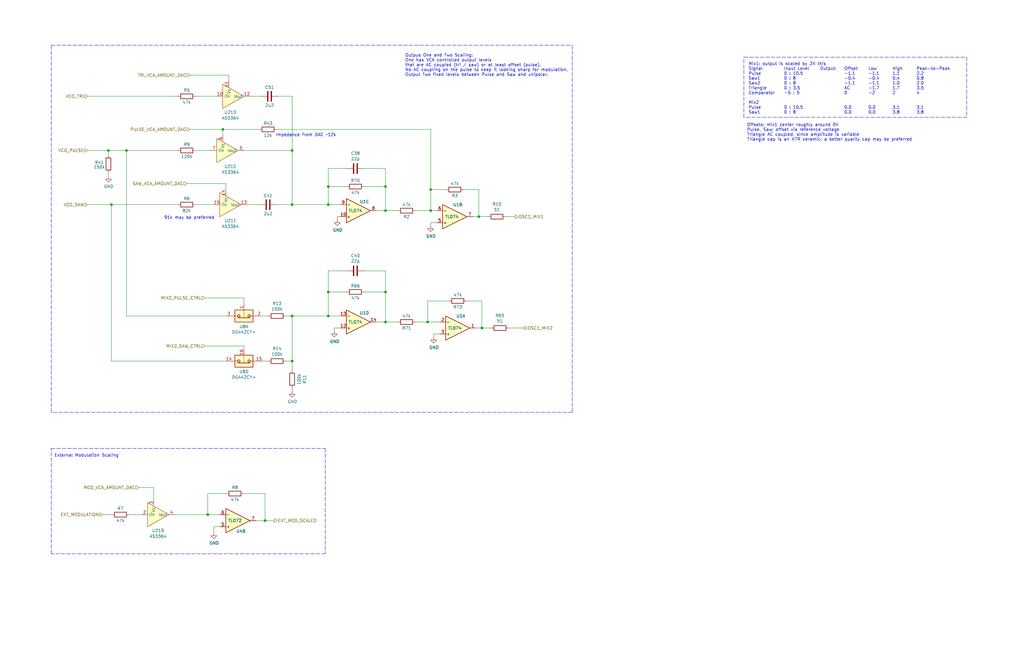
<source format=kicad_sch>
(kicad_sch (version 20230121) (generator eeschema)
  (paper "B")
  (title_block (title "Zoxnoxious 3340 Oscillator") (date "2024-06-20") (rev "0.7") (company "Zoxnoxious Engineering"))
  (lib_symbols
    (symbol "Amplifier_Operational:TL072" (pin_names (offset 0.127))
      (property "Reference" "U" (at 0 5.08 0))
      (property "Value" "TL072" (at 0 -5.08 0))
      (symbol "TL072_1_1"
        (polyline (pts (xy -5.08 5.08) (xy 5.08 0) (xy -5.08 -5.08) (xy -5.08 5.08)) (stroke (width 0.254)) (fill (type background)))
        (pin output line (at 7.62 0 180) (length 2.54) (name "~") (number "1"))
        (pin input line (at -7.62 -2.54 0) (length 2.54) (name "-") (number "2"))
        (pin input line (at -7.62 2.54 0) (length 2.54) (name "+") (number "3"))
      )
      (symbol "TL072_2_1"
        (polyline (pts (xy -5.08 5.08) (xy 5.08 0) (xy -5.08 -5.08) (xy -5.08 5.08)) (stroke (width 0.254)) (fill (type background)))
        (pin input line (at -7.62 2.54 0) (length 2.54) (name "+") (number "5"))
        (pin input line (at -7.62 -2.54 0) (length 2.54) (name "-") (number "6"))
        (pin output line (at 7.62 0 180) (length 2.54) (name "~") (number "7"))
      )
      (symbol "TL072_3_1"
        (pin power_in line (at -2.54 -7.62 90) (length 3.81) (name "V-") (number "4"))
        (pin power_in line (at -2.54 7.62 270) (length 3.81) (name "V+") (number "8"))
      )
    )
    (symbol "Amplifier_Operational:TL074" (pin_names (offset 0.127))
      (property "Reference" "U" (at 0 5.08 0))
      (property "Value" "TL074" (at 0 -5.08 0))
      (symbol "TL074_1_1"
        (polyline (pts (xy -5.08 5.08) (xy 5.08 0) (xy -5.08 -5.08) (xy -5.08 5.08)) (stroke (width 0.254)) (fill (type background)))
        (pin output line (at 7.62 0 180) (length 2.54) (name "~") (number "1"))
        (pin input line (at -7.62 -2.54 0) (length 2.54) (name "-") (number "2"))
        (pin input line (at -7.62 2.54 0) (length 2.54) (name "+") (number "3"))
      )
      (symbol "TL074_2_1"
        (polyline (pts (xy -5.08 5.08) (xy 5.08 0) (xy -5.08 -5.08) (xy -5.08 5.08)) (stroke (width 0.254)) (fill (type background)))
        (pin input line (at -7.62 2.54 0) (length 2.54) (name "+") (number "5"))
        (pin input line (at -7.62 -2.54 0) (length 2.54) (name "-") (number "6"))
        (pin output line (at 7.62 0 180) (length 2.54) (name "~") (number "7"))
      )
      (symbol "TL074_3_1"
        (polyline (pts (xy -5.08 5.08) (xy 5.08 0) (xy -5.08 -5.08) (xy -5.08 5.08)) (stroke (width 0.254)) (fill (type background)))
        (pin input line (at -7.62 2.54 0) (length 2.54) (name "+") (number "10"))
        (pin output line (at 7.62 0 180) (length 2.54) (name "~") (number "8"))
        (pin input line (at -7.62 -2.54 0) (length 2.54) (name "-") (number "9"))
      )
      (symbol "TL074_4_1"
        (polyline (pts (xy -5.08 5.08) (xy 5.08 0) (xy -5.08 -5.08) (xy -5.08 5.08)) (stroke (width 0.254)) (fill (type background)))
        (pin input line (at -7.62 2.54 0) (length 2.54) (name "+") (number "12"))
        (pin input line (at -7.62 -2.54 0) (length 2.54) (name "-") (number "13"))
        (pin output line (at 7.62 0 180) (length 2.54) (name "~") (number "14"))
      )
      (symbol "TL074_5_1"
        (pin power_in line (at -2.54 -7.62 90) (length 3.81) (name "V-") (number "11"))
        (pin power_in line (at -2.54 7.62 270) (length 3.81) (name "V+") (number "4"))
      )
    )
    (symbol "Analog_Switch:DG441xJ" (pin_names (offset 0.254))
      (property "Reference" "U" (at -3.175 5.334 0))
      (property "Value" "DG441xJ" (at -3.175 3.556 0))
      (symbol "DG441xJ_1_1"
        (rectangle (start -3.81 2.54) (end 3.81 -2.54) (stroke (width 0.254)) (fill (type background)))
        (circle (center -2.159 0) (radius 0.508) (stroke (width 0.254)))
        (polyline (pts (xy -5.08 0) (xy -2.794 0)))
        (polyline (pts (xy -2.54 0.762) (xy 2.54 0.762)) (stroke (width 0.254)))
        (polyline (pts (xy 0 -2.54) (xy 0 -2.032)))
        (polyline (pts (xy 0 -1.778) (xy 0 -1.524)))
        (polyline (pts (xy 0 -1.27) (xy 0 -1.016)))
        (polyline (pts (xy 0 -0.762) (xy 0 -0.508)))
        (polyline (pts (xy 0 -0.254) (xy 0 0)))
        (polyline (pts (xy 0 0.254) (xy 0 0.508)))
        (polyline (pts (xy 5.08 0) (xy 2.794 0)))
        (circle (center 2.159 0) (radius 0.508) (stroke (width 0.254)))
        (pin input line (at 0 -5.08 90) (length 2.54) (name "~") (number "1"))
        (pin passive line (at -7.62 0 0) (length 2.54) (name "~") (number "2"))
        (pin passive line (at 7.62 0 180) (length 2.54) (name "~") (number "3"))
      )
      (symbol "DG441xJ_2_1"
        (rectangle (start -3.81 2.54) (end 3.81 -2.54) (stroke (width 0.254)) (fill (type background)))
        (circle (center -2.159 0) (radius 0.508) (stroke (width 0.254)))
        (polyline (pts (xy -5.08 0) (xy -2.794 0)))
        (polyline (pts (xy -2.54 0.762) (xy 2.54 0.762)) (stroke (width 0.254)))
        (polyline (pts (xy 0 -2.54) (xy 0 -2.032)))
        (polyline (pts (xy 0 -1.778) (xy 0 -1.524)))
        (polyline (pts (xy 0 -1.27) (xy 0 -1.016)))
        (polyline (pts (xy 0 -0.762) (xy 0 -0.508)))
        (polyline (pts (xy 0 -0.254) (xy 0 0)))
        (polyline (pts (xy 0 0.254) (xy 0 0.508)))
        (polyline (pts (xy 5.08 0) (xy 2.794 0)))
        (circle (center 2.159 0) (radius 0.508) (stroke (width 0.254)))
        (pin passive line (at -7.62 0 0) (length 2.54) (name "~") (number "6"))
        (pin passive line (at 7.62 0 180) (length 2.54) (name "~") (number "7"))
        (pin input line (at 0 -5.08 90) (length 2.54) (name "~") (number "8"))
      )
      (symbol "DG441xJ_3_1"
        (rectangle (start -3.81 2.54) (end 3.81 -2.54) (stroke (width 0.254)) (fill (type background)))
        (circle (center -2.159 0) (radius 0.508) (stroke (width 0.254)))
        (polyline (pts (xy -5.08 0) (xy -2.794 0)))
        (polyline (pts (xy -2.54 0.762) (xy 2.54 0.762)) (stroke (width 0.254)))
        (polyline (pts (xy 0 -2.54) (xy 0 -2.032)))
        (polyline (pts (xy 0 -1.778) (xy 0 -1.524)))
        (polyline (pts (xy 0 -1.27) (xy 0 -1.016)))
        (polyline (pts (xy 0 -0.762) (xy 0 -0.508)))
        (polyline (pts (xy 0 -0.254) (xy 0 0)))
        (polyline (pts (xy 0 0.254) (xy 0 0.508)))
        (polyline (pts (xy 5.08 0) (xy 2.794 0)))
        (circle (center 2.159 0) (radius 0.508) (stroke (width 0.254)))
        (pin passive line (at -7.62 0 0) (length 2.54) (name "~") (number "10"))
        (pin passive line (at 7.62 0 180) (length 2.54) (name "~") (number "11"))
        (pin input line (at 0 -5.08 90) (length 2.54) (name "~") (number "9"))
      )
      (symbol "DG441xJ_4_1"
        (rectangle (start -3.81 2.54) (end 3.81 -2.54) (stroke (width 0.254)) (fill (type background)))
        (circle (center -2.159 0) (radius 0.508) (stroke (width 0.254)))
        (polyline (pts (xy -5.08 0) (xy -2.794 0)))
        (polyline (pts (xy -2.54 0.762) (xy 2.54 0.762)) (stroke (width 0.254)))
        (polyline (pts (xy 0 -2.54) (xy 0 -2.032)))
        (polyline (pts (xy 0 -1.778) (xy 0 -1.524)))
        (polyline (pts (xy 0 -1.27) (xy 0 -1.016)))
        (polyline (pts (xy 0 -0.762) (xy 0 -0.508)))
        (polyline (pts (xy 0 -0.254) (xy 0 0)))
        (polyline (pts (xy 0 0.254) (xy 0 0.508)))
        (polyline (pts (xy 5.08 0) (xy 2.794 0)))
        (circle (center 2.159 0) (radius 0.508) (stroke (width 0.254)))
        (pin passive line (at 7.62 0 180) (length 2.54) (name "~") (number "14"))
        (pin passive line (at -7.62 0 0) (length 2.54) (name "~") (number "15"))
        (pin input line (at 0 -5.08 90) (length 2.54) (name "~") (number "16"))
      )
      (symbol "DG441xJ_5_0"
        (pin no_connect line (at 2.54 10.16 270) (length 2.54) hide (name "NC") (number "12"))
        (pin power_in line (at 0 12.7 270) (length 2.54) (name "V+") (number "13"))
        (pin power_in line (at 2.54 -12.7 90) (length 2.54) (name "V-") (number "4"))
        (pin power_in line (at 0 -12.7 90) (length 2.54) (name "GND") (number "5"))
      )
      (symbol "DG441xJ_5_1"
        (rectangle (start -3.81 10.16) (end 6.35 -10.16) (stroke (width 0.254)) (fill (type background)))
      )
    )
    (symbol "Device:C" (pin_numbers hide) (pin_names (offset 0.254))
      (property "Reference" "C" (at 0.635 2.54 0))
      (property "Value" "C" (at 0.635 -2.54 0))
      (symbol "C_0_1"
        (polyline (pts (xy -2.032 -0.762) (xy 2.032 -0.762)) (stroke (width 0.508)))
        (polyline (pts (xy -2.032 0.762) (xy 2.032 0.762)) (stroke (width 0.508)))
      )
      (symbol "C_1_1"
        (pin passive line (at 0 3.81 270) (length 2.794) (name "~") (number "1"))
        (pin passive line (at 0 -3.81 90) (length 2.794) (name "~") (number "2"))
      )
    )
    (symbol "Device:R" (pin_numbers hide) (pin_names (offset 0))
      (property "Reference" "R" (at 2.032 0 90))
      (property "Value" "R" (at 0 0 90))
      (symbol "R_0_1"
        (rectangle (start -1.016 -2.54) (end 1.016 2.54) (stroke (width 0.254)))
      )
      (symbol "R_1_1"
        (pin passive line (at 0 3.81 270) (length 1.27) (name "~") (number "1"))
        (pin passive line (at 0 -3.81 90) (length 1.27) (name "~") (number "2"))
      )
    )
    (symbol "as3340:AS3364"
      (property "Reference" "U6" (at 3.81 -5.08 0))
      (property "Value" "AS3364" (at 6.35 -2.54 0))
      (symbol "AS3364_1_1"
        (rectangle (start -5.08 3.81) (end 6.35 -6.35) (stroke (width 0.1524)) (fill (type background)))
        (pin input line (at -7.62 1.27 0) (length 2.54) (name "Vref") (number "1"))
        (pin power_in line (at 1.27 6.35 270) (length 2.54) (name "Vcc") (number "16"))
        (pin power_in line (at -2.54 -8.89 90) (length 2.54) (name "GND") (number "8"))
        (pin power_in line (at 3.81 -8.89 90) (length 2.54) (name "Vee") (number "9"))
      )
      (symbol "AS3364_2_1"
        (polyline (pts (xy -2.54 0) (xy -2.54 -5.08) (xy 6.35 0) (xy -2.54 5.08) (xy -2.54 0)) (stroke (width 0.1524)) (fill (type background)))
        (pin input line (at -5.08 0 0) (length 2.54) (name "Iin") (number "2"))
        (pin input line (at 0 6.35 270) (length 2.54) (name "Vc") (number "3"))
        (pin output line (at 8.89 0 180) (length 2.54) (name "Iout") (number "4"))
      )
      (symbol "AS3364_3_1"
        (polyline (pts (xy -3.81 0) (xy -3.81 -5.08) (xy 5.08 0) (xy -3.81 5.08) (xy -3.81 0)) (stroke (width 0.1524)) (fill (type background)))
        (pin output line (at 7.62 0 180) (length 2.54) (name "Iout") (number "5"))
        (pin input line (at -1.27 6.35 270) (length 2.54) (name "Vc") (number "6"))
        (pin input line (at -6.35 0 0) (length 2.54) (name "Iin") (number "7"))
      )
      (symbol "AS3364_4_1"
        (polyline (pts (xy -2.54 0) (xy -2.54 -5.08) (xy 6.35 0) (xy -2.54 5.08) (xy -2.54 0)) (stroke (width 0.1524)) (fill (type background)))
        (pin input line (at -5.08 0 0) (length 2.54) (name "Iin") (number "10"))
        (pin input line (at 0 6.35 270) (length 2.54) (name "Vc") (number "11"))
        (pin output line (at 8.89 0 180) (length 2.54) (name "Iout") (number "12"))
      )
      (symbol "AS3364_5_1"
        (polyline (pts (xy -2.54 0) (xy -2.54 -5.08) (xy 6.35 0) (xy -2.54 5.08) (xy -2.54 0)) (stroke (width 0.1524)) (fill (type background)))
        (pin output line (at 8.89 0 180) (length 2.54) (name "Iout") (number "13"))
        (pin input line (at 0 6.35 270) (length 2.54) (name "Vc") (number "14"))
        (pin input line (at -5.08 0 0) (length 2.54) (name "Iin") (number "15"))
      )
    )
    (symbol "power:GND" (power) (pin_names (offset 0))
      (property "Value" "GND" (at 0 -3.81 0))
      (symbol "GND_0_1"
        (polyline (pts (xy 0 0) (xy 0 -1.27) (xy 1.27 -1.27) (xy 0 -2.54) (xy -1.27 -1.27) (xy 0 -1.27)))
      )
      (symbol "GND_1_1"
        (pin power_in line (at 0 0 270) (length 0) hide (name "GND") (number "1"))
      )
    )
  )
  (junction (at 46.99 86.36))
  (junction (at 138.43 133.35))
  (junction (at 123.19 63.5))
  (junction (at 203.2 138.43))
  (junction (at 138.43 123.19))
  (junction (at 45.72 63.5))
  (junction (at 93.98 54.61))
  (junction (at 123.19 152.4))
  (junction (at 162.56 88.9))
  (junction (at 181.61 88.9))
  (junction (at 138.43 86.36))
  (junction (at 162.56 78.74))
  (junction (at 87.63 217.17))
  (junction (at 162.56 135.89))
  (junction (at 123.19 86.36))
  (junction (at 111.76 219.71))
  (junction (at 180.34 135.89))
  (junction (at 138.43 78.74))
  (junction (at 162.56 123.19))
  (junction (at 181.61 80.01))
  (junction (at 123.19 133.35))
  (junction (at 53.34 63.5))
  (junction (at 201.93 91.44))
  (wire (pts (xy 203.2 138.43) (xy 200.66 138.43)))
  (wire (pts (xy 153.67 78.74) (xy 162.56 78.74)))
  (wire (pts (xy 138.43 114.3) (xy 138.43 123.19)))
  (wire (pts (xy 111.76 219.71) (xy 107.95 219.71)))
  (wire (pts (xy 53.34 133.35) (xy 95.25 133.35)))
  (polyline (pts (xy 407.67 24.13) (xy 407.67 49.53)) (stroke (width 0) (type dash)))
  (wire (pts (xy 93.98 54.61) (xy 109.22 54.61)))
  (wire (pts (xy 138.43 71.12) (xy 138.43 78.74)))
  (wire (pts (xy 123.19 40.64) (xy 123.19 63.5)))
  (wire (pts (xy 203.2 138.43) (xy 207.01 138.43)))
  (wire (pts (xy 95.25 208.28) (xy 87.63 208.28)))
  (wire (pts (xy 111.76 208.28) (xy 111.76 219.71)))
  (wire (pts (xy 113.03 152.4) (xy 110.49 152.4)))
  (polyline (pts (xy 241.3 173.99) (xy 21.59 173.99)) (stroke (width 0) (type dash)))
  (wire (pts (xy 180.34 127) (xy 180.34 135.89)))
  (wire (pts (xy 80.01 54.61) (xy 93.98 54.61)))
  (polyline (pts (xy 313.69 24.13) (xy 407.67 24.13)) (stroke (width 0) (type dash)))
  (wire (pts (xy 143.51 86.36) (xy 138.43 86.36)))
  (wire (pts (xy 102.87 208.28) (xy 111.76 208.28)))
  (wire (pts (xy 162.56 78.74) (xy 162.56 88.9)))
  (wire (pts (xy 182.88 142.24) (xy 182.88 140.97)))
  (wire (pts (xy 64.77 205.74) (xy 58.42 205.74)))
  (polyline (pts (xy 407.67 49.53) (xy 313.69 49.53)) (stroke (width 0) (type dash)))
  (wire (pts (xy 90.17 222.25) (xy 90.17 224.79)))
  (wire (pts (xy 123.19 156.21) (xy 123.19 152.4)))
  (wire (pts (xy 138.43 133.35) (xy 138.43 123.19)))
  (wire (pts (xy 80.01 31.75) (xy 96.52 31.75)))
  (wire (pts (xy 214.63 138.43) (xy 220.98 138.43)))
  (wire (pts (xy 138.43 123.19) (xy 146.05 123.19)))
  (wire (pts (xy 102.87 146.05) (xy 86.36 146.05)))
  (wire (pts (xy 36.83 40.64) (xy 74.93 40.64)))
  (wire (pts (xy 142.24 91.44) (xy 143.51 91.44)))
  (polyline (pts (xy 21.59 233.68) (xy 21.59 189.23)) (stroke (width 0) (type dash)))
  (wire (pts (xy 117.475 40.64) (xy 123.19 40.64)))
  (wire (pts (xy 138.43 78.74) (xy 146.05 78.74)))
  (polyline (pts (xy 137.16 189.23) (xy 137.16 233.68)) (stroke (width 0) (type dash)))
  (wire (pts (xy 111.76 219.71) (xy 115.57 219.71)))
  (wire (pts (xy 203.2 127) (xy 203.2 138.43)))
  (wire (pts (xy 123.19 133.35) (xy 138.43 133.35)))
  (wire (pts (xy 158.75 135.89) (xy 162.56 135.89)))
  (wire (pts (xy 104.14 86.36) (xy 109.22 86.36)))
  (wire (pts (xy 205.74 91.44) (xy 201.93 91.44)))
  (wire (pts (xy 43.18 217.17) (xy 46.99 217.17)))
  (wire (pts (xy 182.88 140.97) (xy 185.42 140.97)))
  (wire (pts (xy 162.56 114.3) (xy 162.56 123.19)))
  (polyline (pts (xy 241.3 19.05) (xy 241.3 173.99)) (stroke (width 0) (type dash)))
  (wire (pts (xy 87.63 217.17) (xy 92.71 217.17)))
  (wire (pts (xy 146.05 114.3) (xy 138.43 114.3)))
  (wire (pts (xy 45.72 63.5) (xy 53.34 63.5)))
  (wire (pts (xy 181.61 88.9) (xy 184.15 88.9)))
  (wire (pts (xy 181.61 95.25) (xy 181.61 93.98)))
  (wire (pts (xy 162.56 123.19) (xy 162.56 135.89)))
  (wire (pts (xy 36.83 63.5) (xy 45.72 63.5)))
  (wire (pts (xy 93.98 54.61) (xy 93.98 57.15)))
  (wire (pts (xy 162.56 71.12) (xy 162.56 78.74)))
  (wire (pts (xy 153.67 114.3) (xy 162.56 114.3)))
  (wire (pts (xy 180.34 135.89) (xy 185.42 135.89)))
  (wire (pts (xy 123.19 63.5) (xy 123.19 86.36)))
  (wire (pts (xy 102.87 128.27) (xy 102.87 125.73)))
  (polyline (pts (xy 21.59 19.05) (xy 241.3 19.05)) (stroke (width 0) (type dash)))
  (wire (pts (xy 95.25 77.47) (xy 78.74 77.47)))
  (wire (pts (xy 153.67 123.19) (xy 162.56 123.19)))
  (wire (pts (xy 36.83 86.36) (xy 46.99 86.36)))
  (wire (pts (xy 105.41 40.64) (xy 109.855 40.64)))
  (wire (pts (xy 92.71 222.25) (xy 90.17 222.25)))
  (wire (pts (xy 181.61 80.01) (xy 187.96 80.01)))
  (wire (pts (xy 213.36 91.44) (xy 217.17 91.44)))
  (wire (pts (xy 73.66 217.17) (xy 87.63 217.17)))
  (wire (pts (xy 123.19 133.35) (xy 123.19 152.4)))
  (wire (pts (xy 180.34 127) (xy 189.23 127)))
  (polyline (pts (xy 21.59 173.99) (xy 21.59 19.05)) (stroke (width 0) (type dash)))
  (wire (pts (xy 201.93 91.44) (xy 199.39 91.44)))
  (wire (pts (xy 95.25 80.01) (xy 95.25 77.47)))
  (wire (pts (xy 46.99 86.36) (xy 74.93 86.36)))
  (wire (pts (xy 53.34 63.5) (xy 74.93 63.5)))
  (wire (pts (xy 64.77 210.82) (xy 64.77 205.74)))
  (wire (pts (xy 201.93 80.01) (xy 201.93 91.44)))
  (wire (pts (xy 142.24 92.71) (xy 142.24 91.44)))
  (wire (pts (xy 153.67 71.12) (xy 162.56 71.12)))
  (wire (pts (xy 162.56 88.9) (xy 167.64 88.9)))
  (wire (pts (xy 82.55 63.5) (xy 88.9 63.5)))
  (wire (pts (xy 175.26 135.89) (xy 180.34 135.89)))
  (wire (pts (xy 113.03 133.35) (xy 110.49 133.35)))
  (wire (pts (xy 45.72 73.025) (xy 45.72 74.295)))
  (wire (pts (xy 82.55 86.36) (xy 90.17 86.36)))
  (wire (pts (xy 95.25 152.4) (xy 46.99 152.4)))
  (wire (pts (xy 54.61 217.17) (xy 59.69 217.17)))
  (wire (pts (xy 102.87 146.05) (xy 102.87 147.32)))
  (wire (pts (xy 181.61 88.9) (xy 181.61 80.01)))
  (wire (pts (xy 123.19 86.36) (xy 138.43 86.36)))
  (polyline (pts (xy 21.59 189.23) (xy 137.16 189.23)) (stroke (width 0) (type dash)))
  (wire (pts (xy 162.56 135.89) (xy 167.64 135.89)))
  (wire (pts (xy 96.52 34.29) (xy 96.52 31.75)))
  (wire (pts (xy 195.58 80.01) (xy 201.93 80.01)))
  (wire (pts (xy 46.99 86.36) (xy 46.99 152.4)))
  (wire (pts (xy 120.65 133.35) (xy 123.19 133.35)))
  (wire (pts (xy 87.63 208.28) (xy 87.63 217.17)))
  (wire (pts (xy 181.61 54.61) (xy 181.61 80.01)))
  (wire (pts (xy 102.87 63.5) (xy 123.19 63.5)))
  (wire (pts (xy 175.26 88.9) (xy 181.61 88.9)))
  (wire (pts (xy 158.75 88.9) (xy 162.56 88.9)))
  (wire (pts (xy 143.51 133.35) (xy 138.43 133.35)))
  (wire (pts (xy 196.85 127) (xy 203.2 127)))
  (wire (pts (xy 53.34 63.5) (xy 53.34 133.35)))
  (wire (pts (xy 123.19 165.1) (xy 123.19 163.83)))
  (wire (pts (xy 45.72 63.5) (xy 45.72 65.405)))
  (wire (pts (xy 181.61 93.98) (xy 184.15 93.98)))
  (polyline (pts (xy 313.69 49.53) (xy 313.69 24.13)) (stroke (width 0) (type dash)))
  (wire (pts (xy 116.84 54.61) (xy 181.61 54.61)))
  (wire (pts (xy 120.65 152.4) (xy 123.19 152.4)))
  (polyline (pts (xy 137.16 233.68) (xy 21.59 233.68)) (stroke (width 0) (type dash)))
  (wire (pts (xy 146.05 71.12) (xy 138.43 71.12)))
  (wire (pts (xy 138.43 78.74) (xy 138.43 86.36)))
  (wire (pts (xy 82.55 40.64) (xy 91.44 40.64)))
  (wire (pts (xy 140.97 139.7) (xy 140.97 138.43)))
  (wire (pts (xy 116.84 86.36) (xy 123.19 86.36)))
  (wire (pts (xy 102.87 125.73) (xy 86.36 125.73)))
  (wire (pts (xy 140.97 138.43) (xy 143.51 138.43)))
  (text "Mix1: output is scaled by 2X this\nSignal		Input Level	Output:	Offset	Low		High	Peak-to-Peak\nPulse		0 : 10.5			-1.1	-1.1	1.1		2.2\nSaw1		0 : 8				-0.4	-0.4	0.4		0.8\nSaw2		0 : 8				-1.1	-1.1	1.0		2.0\nTriangle	0 : 3.5				AC		-1.7	1.7		3.5\nComparator	-5 : 5				0		-2		2		4\n\nMix2\nPulse		0 : 10.5			0.0		0.0		3.1		3.1\nSaw1		0 : 8				0.0		0.0		3.8		3.8" (at 315.595 48.26 0) (effects (font (size 1.27 1.27)) (justify left bottom)))
  (text "Impedance from DAC ~12k" (at 116.205 57.785 0) (effects (font (size 1.27 1.27)) (justify left bottom)))
  (text "Outpus One and Two Scaling:\nOne has VCA controlled output levels\nthat are AC coupled (tri / saw) or at least offset (pulse).\nNo AC coupling on the pulse to keep it looking sharp for modulation.\nOutput Two fixed levels between Pulse and Saw and unipolar." (at 170.815 32.385 0) (effects (font (size 1.27 1.27)) (justify left bottom)))
  (text "Offsets: mix1 center roughly around 0V\nPulse, Saw: offset via reference voltage\nTriangle AC coupled, since amplitude is variable\nTriangle cap is an X7R ceramic; a better quality cap may be preferred\n" (at 314.96 59.69 0) (effects (font (size 1.27 1.27)) (justify left bottom)))
  (text "External Modulation Scaling" (at 22.86 193.04 0) (effects (font (size 1.27 1.27)) (justify left bottom)))
  (text "91k may be preferred" (at 69.215 92.71 0) (effects (font (size 1.27 1.27)) (justify left bottom)))
  (hierarchical_label "VCO_TRI" (shape input) (at 36.83 40.64 180))
  (hierarchical_label "OSC1_MIX1" (shape output) (at 217.17 91.44 0))
  (hierarchical_label "PULSE_VCA_AMOUNT_DAC" (shape input) (at 80.01 54.61 180))
  (hierarchical_label "MIX2_PULSE_CTRL" (shape input) (at 86.36 125.73 180))
  (hierarchical_label "EXT_MOD_SCALED" (shape output) (at 115.57 219.71 0))
  (hierarchical_label "VCO_SAW" (shape input) (at 36.83 86.36 180))
  (hierarchical_label "TRI_VCA_AMOUNT_DAC" (shape input) (at 80.01 31.75 180))
  (hierarchical_label "VCO_PULSE" (shape input) (at 36.83 63.5 180))
  (hierarchical_label "EXT_MODULATION" (shape input) (at 43.18 217.17 180))
  (hierarchical_label "MIX2_SAW_CTRL" (shape input) (at 86.36 146.05 180))
  (hierarchical_label "SAW_VCA_AMOUNT_DAC" (shape input) (at 78.74 77.47 180))
  (hierarchical_label "OSC1_MIX2" (shape output) (at 220.98 138.43 0))
  (hierarchical_label "MOD_VCA_AMOUNT_DAC" (shape input) (at 58.42 205.74 180))
  (symbol (lib_id "Device:R") (at 78.74 63.5 90) (unit 1)
    (property "Reference" "R9" (at 78.74 60.96 90))
    (property "Value" "120k" (at 78.74 66.04 90))
    (property "Footprint" "Resistor_SMD:R_0603_1608Metric" (effects hide))
    (property "LCSC Part" "C25808" (effects hide))
  )
  (symbol (lib_id "Device:R") (at 116.84 133.35 90) (unit 1)
    (property "Reference" "R13" (at 116.84 128.0922 90))
    (property "Value" "150k" (at 116.84 130.4036 90))
    (property "Footprint" "Resistor_SMD:R_0603_1608Metric" (effects hide))
    (property "LCSC Part" "C22807" (effects hide))
  )
  (symbol (lib_id "Analog_Switch:DG441xJ") (at 102.87 133.35 180) (unit 1)
    (property "Reference" "U8" (at 102.87 137.795 0))
    (property "Value" "DG442CY+" (at 102.87 140.1064 0))
    (property "Footprint" "Package_SO:SOIC-16_3.9x9.9mm_P1.27mm" (effects hide))
    (property "Datasheet" "https://datasheets.maximintegrated.com/en/ds/DG441-DG442.pdf" (effects hide))
    (property "Digikey" "DG442CY+-ND" (effects hide))
    (property "LCSC Part" "C267331" (effects hide))
  )
  (symbol (lib_id "Analog_Switch:DG441xJ") (at 102.87 152.4 180) (unit 4)
    (property "Reference" "U8" (at 102.87 156.845 0))
    (property "Value" "DG442CY+" (at 102.87 159.1564 0))
    (property "Footprint" "Package_SO:SOIC-16_3.9x9.9mm_P1.27mm" (effects hide))
    (property "Datasheet" "https://datasheets.maximintegrated.com/en/ds/DG441-DG442.pdf" (effects hide))
    (property "Digikey" "DG442CY+-ND" (effects hide))
    (property "LCSC Part" "C267331" (effects hide))
  )
  (symbol (lib_id "Amplifier_Operational:TL074") (at 151.13 88.9 0) (mirror x) (unit 3)
    (property "Reference" "U1" (at 153.67 85.09 0))
    (property "Value" "TL074" (at 149.86 88.9 0))
    (property "Footprint" "Package_SO:TSSOP-14_4.4x5mm_P0.65mm" (effects hide))
    (property "Datasheet" "http://www.ti.com/lit/ds/symlink/tl071.pdf" (effects hide))
    (property "LCSC Part" "C96507" (effects hide))
  )
  (symbol (lib_id "Amplifier_Operational:TL074") (at 191.77 91.44 0) (mirror x) (unit 2)
    (property "Reference" "U1" (at 193.04 86.36 0))
    (property "Value" "TL074" (at 190.5 91.44 0))
    (property "Footprint" "Package_SO:TSSOP-14_4.4x5mm_P0.65mm" (effects hide))
    (property "Datasheet" "http://www.ti.com/lit/ds/symlink/tl071.pdf" (effects hide))
    (property "LCSC Part" "C96507" (effects hide))
  )
  (symbol (lib_id "Device:R") (at 78.74 86.36 90) (unit 1)
    (property "Reference" "R6" (at 78.74 83.82 90))
    (property "Value" "82k" (at 78.74 88.9 90))
    (property "Footprint" "Resistor_SMD:R_0603_1608Metric" (effects hide))
    (property "LCSC Part" "C23254" (effects hide))
  )
  (symbol (lib_id "Device:R") (at 210.82 138.43 90) (unit 1)
    (property "Reference" "R65" (at 210.82 133.1722 90))
    (property "Value" "51" (at 210.82 135.4836 90))
    (property "Footprint" "Resistor_SMD:R_0805_2012Metric" (effects hide))
    (property "LCSC Part" "C17738" (effects hide))
  )
  (symbol (lib_id "Device:R") (at 78.74 40.64 90) (unit 1)
    (property "Reference" "R5" (at 78.74 38.1 90))
    (property "Value" "47k" (at 78.74 43.18 90))
    (property "Footprint" "Resistor_SMD:R_0603_1608Metric" (effects hide))
    (property "LCSC Part" "C25819" (effects hide))
  )
  (symbol (lib_id "Device:R") (at 123.19 160.02 0) (unit 1)
    (property "Reference" "R11" (at 128.4478 160.02 90))
    (property "Value" "100k" (at 126.1364 160.02 90))
    (property "Footprint" "Resistor_SMD:R_0603_1608Metric" (effects hide))
    (property "LCSC Part" "C25803" (effects hide))
  )
  (symbol (lib_id "power:GND") (at 123.19 165.1 0) (unit 1)
    (property "Reference" "#PWR0122" (effects hide))
    (property "Value" "GND" (at 123.317 169.4942 0))
  )
  (symbol (lib_id "Device:R") (at 149.86 78.74 90) (unit 1)
    (property "Reference" "R70" (at 149.86 76.2 90))
    (property "Value" "47k" (at 149.86 81.28 90))
    (property "Footprint" "Resistor_SMD:R_0603_1608Metric" (effects hide))
    (property "LCSC Part" "C25819" (effects hide))
  )
  (symbol (lib_id "Device:R") (at 116.84 152.4 90) (unit 1)
    (property "Reference" "R14" (at 116.84 147.1422 90))
    (property "Value" "100k" (at 116.84 149.4536 90))
    (property "Footprint" "Resistor_SMD:R_0603_1608Metric" (effects hide))
    (property "LCSC Part" "C25803" (effects hide))
  )
  (symbol (lib_id "power:GND") (at 181.61 95.25 0) (unit 1)
    (property "Reference" "#PWR05" (effects hide))
    (property "Value" "GND" (at 181.737 99.6442 0))
  )
  (symbol (lib_id "Device:R") (at 191.77 80.01 270) (unit 1)
    (property "Reference" "R3" (at 191.77 82.55 90))
    (property "Value" "47k" (at 191.77 77.47 90))
    (property "Footprint" "Resistor_SMD:R_0603_1608Metric" (effects hide))
    (property "LCSC Part" "C25819" (effects hide))
  )
  (symbol (lib_id "Device:R") (at 171.45 88.9 270) (unit 1)
    (property "Reference" "R2" (at 171.45 91.44 90))
    (property "Value" "47k" (at 171.45 86.36 90))
    (property "Footprint" "Resistor_SMD:R_0603_1608Metric" (effects hide))
    (property "LCSC Part" "C25819" (effects hide))
  )
  (symbol (lib_id "Device:R") (at 209.55 91.44 90) (unit 1)
    (property "Reference" "R10" (at 209.55 86.1822 90))
    (property "Value" "51" (at 209.55 88.4936 90))
    (property "Footprint" "Resistor_SMD:R_0805_2012Metric" (effects hide))
    (property "LCSC Part" "C17738" (effects hide))
  )
  (symbol (lib_id "Device:C") (at 149.86 71.12 270) (unit 1)
    (property "Reference" "C38" (at 149.86 64.7192 90))
    (property "Value" "22p" (at 149.86 67.0306 90))
    (property "Footprint" "Capacitor_SMD:C_0603_1608Metric" (effects hide))
    (property "LCSC Part" "C1653" (effects hide))
  )
  (symbol (lib_id "Amplifier_Operational:TL074") (at 151.13 135.89 0) (mirror x) (unit 4)
    (property "Reference" "U1" (at 153.67 132.08 0))
    (property "Value" "TL074" (at 149.86 135.89 0))
    (property "Footprint" "Package_SO:TSSOP-14_4.4x5mm_P0.65mm" (effects hide))
    (property "Datasheet" "http://www.ti.com/lit/ds/symlink/tl071.pdf" (effects hide))
    (property "LCSC Part" "C96507" (effects hide))
  )
  (symbol (lib_id "Device:R") (at 149.86 123.19 90) (unit 1)
    (property "Reference" "R66" (at 149.86 120.65 90))
    (property "Value" "47k" (at 149.86 125.73 90))
    (property "Footprint" "Resistor_SMD:R_0603_1608Metric" (effects hide))
    (property "LCSC Part" "C25819" (effects hide))
  )
  (symbol (lib_id "power:GND") (at 182.88 142.24 0) (unit 1)
    (property "Reference" "#PWR029" (effects hide))
    (property "Value" "GND" (at 183.007 146.6342 0))
  )
  (symbol (lib_id "Device:R") (at 193.04 127 270) (unit 1)
    (property "Reference" "R73" (at 193.04 129.54 90))
    (property "Value" "47k" (at 193.04 124.46 90))
    (property "Footprint" "Resistor_SMD:R_0603_1608Metric" (effects hide))
    (property "LCSC Part" "C25819" (effects hide))
  )
  (symbol (lib_id "Device:R") (at 171.45 135.89 270) (unit 1)
    (property "Reference" "R71" (at 171.45 138.43 90))
    (property "Value" "47k" (at 171.45 133.35 90))
    (property "Footprint" "Resistor_SMD:R_0603_1608Metric" (effects hide))
    (property "LCSC Part" "C25819" (effects hide))
  )
  (symbol (lib_id "Amplifier_Operational:TL074") (at 193.04 138.43 0) (mirror x) (unit 1)
    (property "Reference" "U1" (at 194.31 133.35 0))
    (property "Value" "TL074" (at 191.77 138.43 0))
    (property "Footprint" "Package_SO:TSSOP-14_4.4x5mm_P0.65mm" (effects hide))
    (property "Datasheet" "http://www.ti.com/lit/ds/symlink/tl071.pdf" (effects hide))
    (property "LCSC Part" "C96507" (effects hide))
  )
  (symbol (lib_id "Device:C") (at 149.86 114.3 270) (unit 1)
    (property "Reference" "C40" (at 149.86 107.8992 90))
    (property "Value" "22p" (at 149.86 110.2106 90))
    (property "Footprint" "Capacitor_SMD:C_0603_1608Metric" (effects hide))
    (property "LCSC Part" "C1653" (effects hide))
  )
  (symbol (lib_id "power:GND") (at 140.97 139.7 0) (unit 1)
    (property "Reference" "#PWR014" (effects hide))
    (property "Value" "GND" (at 141.097 144.0942 0))
  )
  (symbol (lib_id "as3340:AS3364") (at 96.52 40.64 0) (unit 4)
    (property "Reference" "U21" (at 97.155 47.3893 0))
    (property "Value" "AS3364" (at 97.155 49.8135 0))
    (property "Footprint" "Package_SO:SOIC-16_3.9x9.9mm_P1.27mm" (effects hide))
    (property "Datasheet" "https://cabintechglobal.com/pdf/ALFA_RPAR_AS3364.pdf" (effects hide))
  )
  (symbol (lib_id "as3340:AS3364") (at 95.25 63.5 0) (unit 3)
    (property "Reference" "U21" (at 97.155 70.2493 0))
    (property "Value" "AS3364" (at 97.155 72.6735 0))
    (property "Footprint" "Package_SO:SOIC-16_3.9x9.9mm_P1.27mm" (effects hide))
    (property "Datasheet" "https://cabintechglobal.com/pdf/ALFA_RPAR_AS3364.pdf" (effects hide))
  )
  (symbol (lib_id "Device:R") (at 45.72 69.215 180) (unit 1)
    (property "Reference" "R41" (at 41.91 68.58 0))
    (property "Value" "150k" (at 41.91 70.485 0))
    (property "Footprint" "Resistor_SMD:R_0603_1608Metric" (effects hide))
    (property "LCSC Part" "C22807" (effects hide))
  )
  (symbol (lib_id "Device:R") (at 50.8 217.17 90) (unit 1)
    (property "Reference" "R7" (at 50.8 214.63 90))
    (property "Value" "47k" (at 50.8 219.71 90))
    (property "Footprint" "Resistor_SMD:R_0603_1608Metric" (effects hide))
    (property "LCSC Part" "C25819" (effects hide))
  )
  (symbol (lib_id "Device:R") (at 99.06 208.28 90) (unit 1)
    (property "Reference" "R8" (at 99.06 205.74 90))
    (property "Value" "47k" (at 99.06 210.82 90))
    (property "Footprint" "Resistor_SMD:R_0603_1608Metric" (effects hide))
    (property "LCSC Part" "C25819" (effects hide))
  )
  (symbol (lib_id "as3340:AS3364") (at 64.77 217.17 0) (unit 2)
    (property "Reference" "U21" (at 66.675 223.9193 0))
    (property "Value" "AS3364" (at 66.675 226.3435 0))
    (property "Footprint" "Package_SO:SOIC-16_3.9x9.9mm_P1.27mm" (effects hide))
    (property "Datasheet" "https://cabintechglobal.com/pdf/ALFA_RPAR_AS3364.pdf" (effects hide))
  )
  (symbol (lib_id "power:GND") (at 45.72 74.295 0) (unit 1)
    (property "Reference" "#PWR017" (effects hide))
    (property "Value" "GND" (at 45.847 78.6892 0))
  )
  (symbol (lib_id "as3340:AS3364") (at 95.25 86.36 0) (unit 5)
    (property "Reference" "U21" (at 97.155 93.1093 0))
    (property "Value" "AS3364" (at 97.155 95.5335 0))
    (property "Footprint" "Package_SO:SOIC-16_3.9x9.9mm_P1.27mm" (effects hide))
    (property "Datasheet" "https://cabintechglobal.com/pdf/ALFA_RPAR_AS3364.pdf" (effects hide))
  )
  (symbol (lib_id "Device:C") (at 113.665 40.64 270) (unit 1)
    (property "Reference" "C51" (at 113.665 36.83 90))
    (property "Value" "2u2" (at 113.665 44.45 90))
    (property "Footprint" "Capacitor_THT:C_Rect_L7.2mm_W5.5mm_P5.00mm_FKS2_FKP2_MKS2_MKP2" (effects hide))
    (property "Digikey" "MKS2B042201F00KSSD" (effects hide))
  )
  (symbol (lib_id "Amplifier_Operational:TL072") (at 100.33 219.71 0) (mirror x) (unit 2)
    (property "Reference" "U4" (at 101.6 224.155 0))
    (property "Value" "TL072" (at 99.06 219.71 0))
    (property "Footprint" "Package_SO:SSOP-8_3.9x5.05mm_P1.27mm" (effects hide))
    (property "Datasheet" "http://www.ti.com/lit/ds/symlink/tl071.pdf" (effects hide))
    (property "LCSC Part" "C6961" (effects hide))
  )
  (symbol (lib_id "Device:C") (at 113.03 86.36 270) (unit 1)
    (property "Reference" "C41" (at 113.03 82.55 90))
    (property "Value" "2u2" (at 113.03 90.17 90))
    (property "Footprint" "Capacitor_THT:C_Rect_L7.2mm_W5.5mm_P5.00mm_FKS2_FKP2_MKS2_MKP2" (effects hide))
    (property "Digikey" "MKS2B042201F00KSSD" (effects hide))
  )
  (symbol (lib_id "power:GND") (at 90.17 224.79 0) (unit 1)
    (property "Reference" "#PWR059" (effects hide))
    (property "Value" "GND" (at 90.297 229.1842 0))
  )
  (symbol (lib_id "Device:R") (at 113.03 54.61 90) (unit 1)
    (property "Reference" "R43" (at 113.03 52.07 90))
    (property "Value" "12k" (at 113.03 57.15 90))
    (property "Footprint" "Resistor_SMD:R_0603_1608Metric" (effects hide))
    (property "LCSC Part" "C22790" (effects hide))
  )
  (symbol (lib_id "power:GND") (at 142.24 92.71 0) (unit 1)
    (property "Reference" "#PWR055" (effects hide))
    (property "Value" "GND" (at 142.367 97.1042 0))
  )
)
</source>
